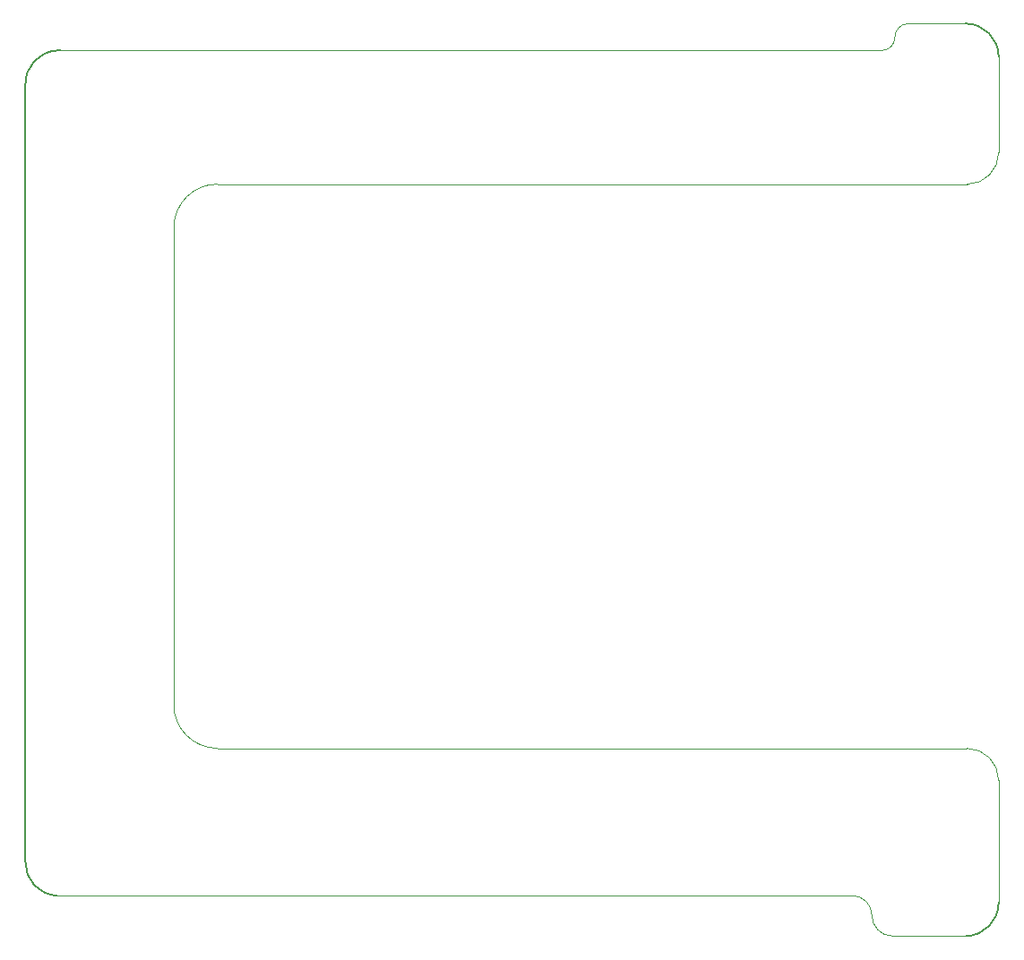
<source format=gm1>
%TF.GenerationSoftware,KiCad,Pcbnew,(6.0.7)*%
%TF.CreationDate,2022-08-26T15:30:49+08:00*%
%TF.ProjectId,adapter_board,61646170-7465-4725-9f62-6f6172642e6b,rev?*%
%TF.SameCoordinates,Original*%
%TF.FileFunction,Profile,NP*%
%FSLAX46Y46*%
G04 Gerber Fmt 4.6, Leading zero omitted, Abs format (unit mm)*
G04 Created by KiCad (PCBNEW (6.0.7)) date 2022-08-26 15:30:49*
%MOMM*%
%LPD*%
G01*
G04 APERTURE LIST*
%TA.AperFunction,Profile*%
%ADD10C,0.100000*%
%TD*%
%TA.AperFunction,Profile*%
%ADD11C,0.200000*%
%TD*%
G04 APERTURE END LIST*
D10*
X113378340Y-52233226D02*
X163235842Y-52233226D01*
X128214213Y-64864467D02*
X199078680Y-64878680D01*
D11*
X113093344Y-52233226D02*
X113378340Y-52233226D01*
D10*
X199039467Y-118200000D02*
X128200000Y-118200000D01*
D11*
X198918343Y-135958242D02*
G75*
G03*
X202043343Y-132783223I-25043J3150042D01*
G01*
D10*
X124092893Y-114078680D02*
X124092893Y-68985787D01*
X198918343Y-135958225D02*
X192000000Y-135958225D01*
D11*
X110068280Y-128933221D02*
G75*
G03*
X113068348Y-132133221I3100020J-99979D01*
G01*
D10*
X193500000Y-49683226D02*
G75*
G03*
X192233226Y-51000000I25000J-1291774D01*
G01*
X202029200Y-121217893D02*
G75*
G03*
X199039467Y-118200000I-3003800J14093D01*
G01*
D11*
X113093345Y-52233249D02*
G75*
G03*
X110068351Y-55483224I112455J-3137451D01*
G01*
D10*
X190066775Y-134000000D02*
G75*
G03*
X192000000Y-135958225I1945725J-12500D01*
G01*
X163235842Y-52233226D02*
X191000000Y-52233226D01*
X113068348Y-132133221D02*
X188200000Y-132133221D01*
D11*
X202043276Y-52783225D02*
G75*
G03*
X198893344Y-49683224I-3124976J-24975D01*
G01*
D10*
X198893344Y-49683224D02*
X193500000Y-49683224D01*
X199078680Y-64878646D02*
G75*
G03*
X202043346Y-61878680I-17680J2982346D01*
G01*
X191000000Y-52233226D02*
G75*
G03*
X192233226Y-51000000I0J1233226D01*
G01*
X128214213Y-64864493D02*
G75*
G03*
X124092893Y-68985787I-13J-4121307D01*
G01*
D11*
X110068349Y-128933223D02*
X110068351Y-55483225D01*
D10*
X124092900Y-114078680D02*
G75*
G03*
X128200000Y-118200000I4114200J-7120D01*
G01*
X190066779Y-134000000D02*
G75*
G03*
X188200000Y-132133221I-1866779J0D01*
G01*
X202043343Y-132783223D02*
X202029130Y-121217893D01*
X202043346Y-52783224D02*
X202043346Y-61878680D01*
M02*

</source>
